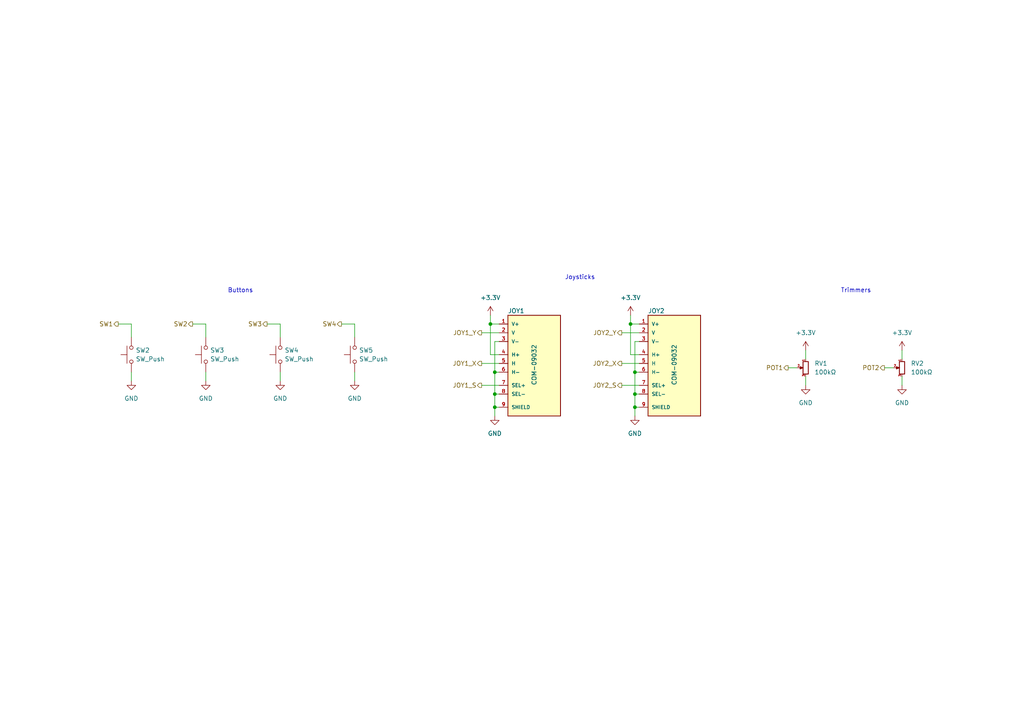
<source format=kicad_sch>
(kicad_sch (version 20211123) (generator eeschema)
  (paper "A4")
  (title_block (title "Input") (date "2023-01-10") (rev "${REVISION}") (company "Authors: A. Kotkov, I. Kajdan") (comment 1 "Reviewer: A. Bondyra"))
  (lib_symbols
    (symbol "COM-09032_1" (pin_names (offset 1.016))
      (property "Reference" "U" (at -7.62 14.732 0))
      (property "Value" "COM-09032_1" (at 1.27 -6.35 90))
      (symbol "COM-09032_1_0_0"
        (rectangle (start -7.62 13.97) (end 7.62 -15.24) (stroke (width 0.254)) (fill (type background)))
        (pin passive line (at -10.16 11.43 0) (length 2.54) (name "V+") (number "1"))
        (pin passive line (at -10.16 8.89 0) (length 2.54) (name "V") (number "2"))
        (pin passive line (at -10.16 6.35 0) (length 2.54) (name "V-") (number "3"))
        (pin passive line (at -10.16 2.54 0) (length 2.54) (name "H+") (number "4"))
        (pin passive line (at -10.16 0 0) (length 2.54) (name "H") (number "5"))
        (pin passive line (at -10.16 -2.54 0) (length 2.54) (name "H-") (number "6"))
        (pin passive line (at -10.16 -6.35 0) (length 2.54) (name "SEL+") (number "7"))
        (pin passive line (at -10.16 -8.89 0) (length 2.54) (name "SEL-") (number "8"))
        (pin passive line (at -10.16 -12.7 0) (length 2.54) (name "SHIELD") (number "9"))
      )
    )
    (symbol "Device:R_Potentiometer_Small" (pin_names (offset 1.016) hide)
      (property "Reference" "RV" (at -4.445 0 90))
      (property "Value" "R_Potentiometer_Small" (at -2.54 0 90))
      (symbol "R_Potentiometer_Small_0_1"
        (polyline (pts (xy 0.889 0) (xy 0.635 0) (xy 1.651 0.381) (xy 1.651 -0.381) (xy 0.635 0) (xy 0.889 0)) (fill (type outline)))
        (rectangle (start 0.762 1.8034) (end -0.762 -1.8034) (stroke (width 0.254)))
      )
      (symbol "R_Potentiometer_Small_1_1"
        (pin passive line (at 0 2.54 270) (length 0.635) (name "1") (number "1"))
        (pin passive line (at 2.54 0 180) (length 0.9906) (name "2") (number "2"))
        (pin passive line (at 0 -2.54 90) (length 0.635) (name "3") (number "3"))
      )
    )
    (symbol "Switch:SW_Push" (pin_numbers hide) (pin_names (offset 1.016) hide)
      (property "Reference" "SW" (at 1.27 2.54 0))
      (property "Value" "SW_Push" (at 0 -1.524 0))
      (symbol "SW_Push_0_1"
        (circle (center -2.032 0) (radius 0.508))
        (polyline (pts (xy 0 1.27) (xy 0 3.048)))
        (polyline (pts (xy 2.54 1.27) (xy -2.54 1.27)))
        (circle (center 2.032 0) (radius 0.508))
        (pin passive line (at -5.08 0 0) (length 2.54) (name "1") (number "1"))
        (pin passive line (at 5.08 0 180) (length 2.54) (name "2") (number "2"))
      )
    )
    (symbol "power:+3.3V" (power) (pin_names (offset 0))
      (property "Value" "+3.3V" (at 0 3.556 0))
      (symbol "+3.3V_0_1"
        (polyline (pts (xy -0.762 1.27) (xy 0 2.54)))
        (polyline (pts (xy 0 0) (xy 0 2.54)))
        (polyline (pts (xy 0 2.54) (xy 0.762 1.27)))
      )
      (symbol "+3.3V_1_1"
        (pin power_in line (at 0 0 90) (length 0) hide (name "+3.3V") (number "1"))
      )
    )
    (symbol "power:GND" (power) (pin_names (offset 0))
      (property "Value" "GND" (at 0 -3.81 0))
      (symbol "GND_0_1"
        (polyline (pts (xy 0 0) (xy 0 -1.27) (xy 1.27 -1.27) (xy 0 -2.54) (xy -1.27 -1.27) (xy 0 -1.27)))
      )
      (symbol "GND_1_1"
        (pin power_in line (at 0 0 270) (length 0) hide (name "GND") (number "1"))
      )
    )
  )
  (junction (at 182.88 93.98))
  (junction (at 184.15 107.95))
  (junction (at 142.24 93.98))
  (junction (at 184.15 114.3))
  (junction (at 143.51 118.11))
  (junction (at 143.51 114.3))
  (junction (at 143.51 107.95))
  (junction (at 184.15 118.11))
  (wire (pts (xy 180.34 111.76) (xy 185.42 111.76)))
  (wire (pts (xy 139.7 96.52) (xy 144.78 96.52)))
  (wire (pts (xy 59.69 93.98) (xy 59.69 97.79)))
  (wire (pts (xy 184.15 107.95) (xy 184.15 114.3)))
  (wire (pts (xy 144.78 99.06) (xy 143.51 99.06)))
  (wire (pts (xy 185.42 114.3) (xy 184.15 114.3)))
  (wire (pts (xy 81.28 107.95) (xy 81.28 110.49)))
  (wire (pts (xy 38.1 93.98) (xy 38.1 97.79)))
  (wire (pts (xy 182.88 91.44) (xy 182.88 93.98)))
  (wire (pts (xy 182.88 93.98) (xy 182.88 102.87)))
  (wire (pts (xy 144.78 107.95) (xy 143.51 107.95)))
  (wire (pts (xy 256.54 106.68) (xy 259.08 106.68)))
  (wire (pts (xy 228.6 106.68) (xy 231.14 106.68)))
  (wire (pts (xy 180.34 96.52) (xy 185.42 96.52)))
  (wire (pts (xy 143.51 107.95) (xy 143.51 114.3)))
  (wire (pts (xy 184.15 99.06) (xy 184.15 107.95)))
  (wire (pts (xy 34.29 93.98) (xy 38.1 93.98)))
  (wire (pts (xy 139.7 111.76) (xy 144.78 111.76)))
  (wire (pts (xy 142.24 93.98) (xy 144.78 93.98)))
  (wire (pts (xy 233.68 109.22) (xy 233.68 111.76)))
  (wire (pts (xy 143.51 114.3) (xy 143.51 118.11)))
  (wire (pts (xy 261.62 109.22) (xy 261.62 111.76)))
  (wire (pts (xy 59.69 107.95) (xy 59.69 110.49)))
  (wire (pts (xy 81.28 93.98) (xy 81.28 97.79)))
  (wire (pts (xy 233.68 101.6) (xy 233.68 104.14)))
  (wire (pts (xy 184.15 114.3) (xy 184.15 118.11)))
  (wire (pts (xy 55.88 93.98) (xy 59.69 93.98)))
  (wire (pts (xy 102.87 93.98) (xy 102.87 97.79)))
  (wire (pts (xy 139.7 105.41) (xy 144.78 105.41)))
  (wire (pts (xy 142.24 93.98) (xy 142.24 102.87)))
  (wire (pts (xy 38.1 107.95) (xy 38.1 110.49)))
  (wire (pts (xy 142.24 91.44) (xy 142.24 93.98)))
  (wire (pts (xy 143.51 118.11) (xy 143.51 120.65)))
  (wire (pts (xy 185.42 107.95) (xy 184.15 107.95)))
  (wire (pts (xy 142.24 102.87) (xy 144.78 102.87)))
  (wire (pts (xy 102.87 107.95) (xy 102.87 110.49)))
  (wire (pts (xy 180.34 105.41) (xy 185.42 105.41)))
  (wire (pts (xy 77.47 93.98) (xy 81.28 93.98)))
  (wire (pts (xy 99.06 93.98) (xy 102.87 93.98)))
  (wire (pts (xy 143.51 99.06) (xy 143.51 107.95)))
  (wire (pts (xy 184.15 118.11) (xy 184.15 120.65)))
  (wire (pts (xy 261.62 101.6) (xy 261.62 104.14)))
  (wire (pts (xy 144.78 114.3) (xy 143.51 114.3)))
  (wire (pts (xy 185.42 118.11) (xy 184.15 118.11)))
  (wire (pts (xy 144.78 118.11) (xy 143.51 118.11)))
  (wire (pts (xy 185.42 99.06) (xy 184.15 99.06)))
  (wire (pts (xy 182.88 93.98) (xy 185.42 93.98)))
  (wire (pts (xy 182.88 102.87) (xy 185.42 102.87)))
  (text "Trimmers" (at 243.84 85.09 0) (effects (font (size 1.27 1.27)) (justify left bottom)))
  (text "Joysticks" (at 163.83 81.28 0) (effects (font (size 1.27 1.27)) (justify left bottom)))
  (text "Buttons" (at 66.04 85.09 0) (effects (font (size 1.27 1.27)) (justify left bottom)))
  (hierarchical_label "JOY1_Y" (shape output) (at 139.7 96.52 180))
  (hierarchical_label "POT2" (shape output) (at 256.54 106.68 180))
  (hierarchical_label "SW2" (shape output) (at 55.88 93.98 180))
  (hierarchical_label "SW1" (shape output) (at 34.29 93.98 180))
  (hierarchical_label "JOY1_X" (shape output) (at 139.7 105.41 180))
  (hierarchical_label "POT1" (shape output) (at 228.6 106.68 180))
  (hierarchical_label "SW3" (shape output) (at 77.47 93.98 180))
  (hierarchical_label "JOY2_S" (shape output) (at 180.34 111.76 180))
  (hierarchical_label "JOY2_X" (shape output) (at 180.34 105.41 180))
  (hierarchical_label "JOY2_Y" (shape output) (at 180.34 96.52 180))
  (hierarchical_label "JOY1_S" (shape output) (at 139.7 111.76 180))
  (hierarchical_label "SW4" (shape output) (at 99.06 93.98 180))
  (symbol (lib_id "power:GND") (at 102.87 110.49 0) (unit 1)
    (property "Reference" "#PWR038" (effects hide))
    (property "Value" "GND" (at 102.87 115.57 0))
  )
  (symbol (lib_id "Device:R_Potentiometer_Small") (at 233.68 106.68 0) (mirror y) (unit 1)
    (property "Reference" "RV1" (at 236.22 105.4099 0) (effects (justify right)))
    (property "Value" "100kΩ" (at 236.22 107.9499 0) (effects (justify right)))
    (property "Footprint" "Potentiometer_THT:Potentiometer_ACP_CA14V-15_Vertical" (effects hide))
  )
  (symbol (lib_id "Switch:SW_Push") (at 81.28 102.87 90) (mirror x) (unit 1)
    (property "Reference" "SW4" (at 82.55 101.5999 90) (effects (justify right)))
    (property "Value" "SW_Push" (at 82.55 104.1399 90) (effects (justify right)))
    (property "Footprint" "Button_Switch_THT:SW_PUSH_6mm_H13mm" (effects hide))
  )
  (symbol (lib_name "COM-09032_1") (lib_id "COM-09032:COM-09032") (at 154.94 105.41 0) (unit 1)
    (property "Reference" "JOY1" (at 147.32 90.1699 0) (effects (justify left)))
    (property "Value" "COM-09032" (at 154.94 111.7599 90) (effects (justify left)))
    (property "Footprint" "XDCR_COM-09032" (effects hide))
    (property "PARTREV" "N/A" (effects hide))
    (property "MANUFACTURER" "SparkFun Electronics" (effects hide))
    (property "MAXIMUM_PACKAGE_HEIGHT" "30.1mm" (effects hide))
    (property "STANDARD" "Manufacturer Recommendations" (effects hide))
  )
  (symbol (lib_id "power:+3.3V") (at 142.24 91.44 0) (unit 1)
    (property "Reference" "#PWR031" (effects hide))
    (property "Value" "+3.3V" (at 142.24 86.36 0))
  )
  (symbol (lib_id "power:GND") (at 143.51 120.65 0) (unit 1)
    (property "Reference" "#PWR041" (effects hide))
    (property "Value" "GND" (at 143.51 125.73 0))
  )
  (symbol (lib_id "power:+3.3V") (at 182.88 91.44 0) (unit 1)
    (property "Reference" "#PWR032" (effects hide))
    (property "Value" "+3.3V" (at 182.88 86.36 0))
  )
  (symbol (lib_id "power:GND") (at 261.62 111.76 0) (unit 1)
    (property "Reference" "#PWR040" (effects hide))
    (property "Value" "GND" (at 261.62 116.84 0))
  )
  (symbol (lib_id "power:GND") (at 38.1 110.49 0) (unit 1)
    (property "Reference" "#PWR035" (effects hide))
    (property "Value" "GND" (at 38.1 115.57 0))
  )
  (symbol (lib_id "power:GND") (at 184.15 120.65 0) (unit 1)
    (property "Reference" "#PWR042" (effects hide))
    (property "Value" "GND" (at 184.15 125.73 0))
  )
  (symbol (lib_id "Switch:SW_Push") (at 102.87 102.87 90) (mirror x) (unit 1)
    (property "Reference" "SW5" (at 104.14 101.5999 90) (effects (justify right)))
    (property "Value" "SW_Push" (at 104.14 104.1399 90) (effects (justify right)))
    (property "Footprint" "Button_Switch_THT:SW_PUSH_6mm_H13mm" (effects hide))
  )
  (symbol (lib_id "power:GND") (at 81.28 110.49 0) (unit 1)
    (property "Reference" "#PWR037" (effects hide))
    (property "Value" "GND" (at 81.28 115.57 0))
  )
  (symbol (lib_id "Switch:SW_Push") (at 38.1 102.87 90) (mirror x) (unit 1)
    (property "Reference" "SW2" (at 39.37 101.5999 90) (effects (justify right)))
    (property "Value" "SW_Push" (at 39.37 104.1399 90) (effects (justify right)))
    (property "Footprint" "Button_Switch_THT:SW_PUSH_6mm_H13mm" (effects hide))
  )
  (symbol (lib_name "COM-09032_1") (lib_id "COM-09032:COM-09032") (at 195.58 105.41 0) (unit 1)
    (property "Reference" "JOY2" (at 187.96 90.1699 0) (effects (justify left)))
    (property "Value" "COM-09032" (at 195.58 111.7599 90) (effects (justify left)))
    (property "Footprint" "XDCR_COM-09032" (effects hide))
    (property "PARTREV" "N/A" (effects hide))
    (property "MANUFACTURER" "SparkFun Electronics" (effects hide))
    (property "MAXIMUM_PACKAGE_HEIGHT" "30.1mm" (effects hide))
    (property "STANDARD" "Manufacturer Recommendations" (effects hide))
  )
  (symbol (lib_id "Device:R_Potentiometer_Small") (at 261.62 106.68 0) (mirror y) (unit 1)
    (property "Reference" "RV2" (at 264.16 105.4099 0) (effects (justify right)))
    (property "Value" "100kΩ" (at 264.16 107.9499 0) (effects (justify right)))
    (property "Footprint" "Potentiometer_THT:Potentiometer_ACP_CA14V-15_Vertical" (effects hide))
  )
  (symbol (lib_id "power:+3.3V") (at 261.62 101.6 0) (unit 1)
    (property "Reference" "#PWR034" (effects hide))
    (property "Value" "+3.3V" (at 261.62 96.52 0))
  )
  (symbol (lib_id "power:GND") (at 233.68 111.76 0) (unit 1)
    (property "Reference" "#PWR039" (effects hide))
    (property "Value" "GND" (at 233.68 116.84 0))
  )
  (symbol (lib_id "Switch:SW_Push") (at 59.69 102.87 90) (mirror x) (unit 1)
    (property "Reference" "SW3" (at 60.96 101.5999 90) (effects (justify right)))
    (property "Value" "SW_Push" (at 60.96 104.1399 90) (effects (justify right)))
    (property "Footprint" "Button_Switch_THT:SW_PUSH_6mm_H13mm" (effects hide))
  )
  (symbol (lib_id "power:GND") (at 59.69 110.49 0) (unit 1)
    (property "Reference" "#PWR036" (effects hide))
    (property "Value" "GND" (at 59.69 115.57 0))
  )
  (symbol (lib_id "power:+3.3V") (at 233.68 101.6 0) (unit 1)
    (property "Reference" "#PWR033" (effects hide))
    (property "Value" "+3.3V" (at 233.68 96.52 0))
  )
)
</source>
